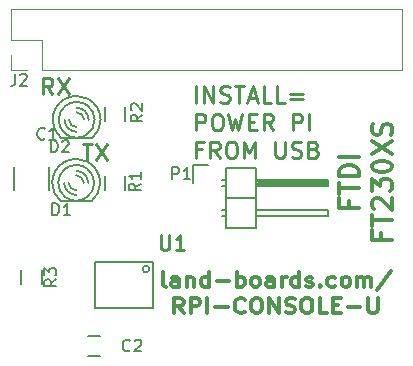
<source format=gto>
G04 #@! TF.GenerationSoftware,KiCad,Pcbnew,(5.1.5)-3*
G04 #@! TF.CreationDate,2020-02-07T15:14:52-05:00*
G04 #@! TF.ProjectId,RP-Console-u,52502d43-6f6e-4736-9f6c-652d752e6b69,X4*
G04 #@! TF.SameCoordinates,Original*
G04 #@! TF.FileFunction,Legend,Top*
G04 #@! TF.FilePolarity,Positive*
%FSLAX46Y46*%
G04 Gerber Fmt 4.6, Leading zero omitted, Abs format (unit mm)*
G04 Created by KiCad (PCBNEW (5.1.5)-3) date 2020-02-07 15:14:52*
%MOMM*%
%LPD*%
G04 APERTURE LIST*
%ADD10C,0.254000*%
%ADD11C,0.300000*%
%ADD12C,0.317500*%
%ADD13C,0.150000*%
%ADD14C,0.127000*%
%ADD15C,0.120000*%
G04 APERTURE END LIST*
D10*
X6394147Y-11934976D02*
X7192433Y-11934976D01*
X6793290Y-13331976D02*
X6793290Y-11934976D01*
X7525052Y-11934976D02*
X8456385Y-13331976D01*
X8456385Y-11934976D02*
X7525052Y-13331976D01*
X3836004Y-7743976D02*
X3370338Y-7078738D01*
X3037719Y-7743976D02*
X3037719Y-6346976D01*
X3569909Y-6346976D01*
X3702957Y-6413500D01*
X3769480Y-6480023D01*
X3836004Y-6613071D01*
X3836004Y-6812642D01*
X3769480Y-6945690D01*
X3702957Y-7012214D01*
X3569909Y-7078738D01*
X3037719Y-7078738D01*
X4301671Y-6346976D02*
X5233004Y-7743976D01*
X5233004Y-6346976D02*
X4301671Y-7743976D01*
D11*
X28913821Y-16791690D02*
X28913821Y-17342023D01*
X29778630Y-17342023D02*
X28127630Y-17342023D01*
X28127630Y-16555833D01*
X28127630Y-16162738D02*
X28127630Y-15219309D01*
X29778630Y-15691023D02*
X28127630Y-15691023D01*
X29778630Y-14668976D02*
X28127630Y-14668976D01*
X28127630Y-14275880D01*
X28206250Y-14040023D01*
X28363488Y-13882785D01*
X28520726Y-13804166D01*
X28835202Y-13725547D01*
X29071059Y-13725547D01*
X29385535Y-13804166D01*
X29542773Y-13882785D01*
X29700011Y-14040023D01*
X29778630Y-14275880D01*
X29778630Y-14668976D01*
X29778630Y-13017976D02*
X28127630Y-13017976D01*
X31690321Y-19504047D02*
X31690321Y-20054380D01*
X32555130Y-20054380D02*
X30904130Y-20054380D01*
X30904130Y-19268190D01*
X30904130Y-18875095D02*
X30904130Y-17931666D01*
X32555130Y-18403380D02*
X30904130Y-18403380D01*
X31061369Y-17459952D02*
X30982750Y-17381333D01*
X30904130Y-17224095D01*
X30904130Y-16831000D01*
X30982750Y-16673761D01*
X31061369Y-16595142D01*
X31218607Y-16516523D01*
X31375845Y-16516523D01*
X31611702Y-16595142D01*
X32555130Y-17538571D01*
X32555130Y-16516523D01*
X30904130Y-15966190D02*
X30904130Y-14944142D01*
X31533083Y-15494476D01*
X31533083Y-15258619D01*
X31611702Y-15101380D01*
X31690321Y-15022761D01*
X31847559Y-14944142D01*
X32240654Y-14944142D01*
X32397892Y-15022761D01*
X32476511Y-15101380D01*
X32555130Y-15258619D01*
X32555130Y-15730333D01*
X32476511Y-15887571D01*
X32397892Y-15966190D01*
X30904130Y-13922095D02*
X30904130Y-13764857D01*
X30982750Y-13607619D01*
X31061369Y-13529000D01*
X31218607Y-13450380D01*
X31533083Y-13371761D01*
X31926178Y-13371761D01*
X32240654Y-13450380D01*
X32397892Y-13529000D01*
X32476511Y-13607619D01*
X32555130Y-13764857D01*
X32555130Y-13922095D01*
X32476511Y-14079333D01*
X32397892Y-14157952D01*
X32240654Y-14236571D01*
X31926178Y-14315190D01*
X31533083Y-14315190D01*
X31218607Y-14236571D01*
X31061369Y-14157952D01*
X30982750Y-14079333D01*
X30904130Y-13922095D01*
X30904130Y-12821428D02*
X32555130Y-11720761D01*
X30904130Y-11720761D02*
X32555130Y-12821428D01*
X32476511Y-11170428D02*
X32555130Y-10934571D01*
X32555130Y-10541476D01*
X32476511Y-10384238D01*
X32397892Y-10305619D01*
X32240654Y-10227000D01*
X32083416Y-10227000D01*
X31926178Y-10305619D01*
X31847559Y-10384238D01*
X31768940Y-10541476D01*
X31690321Y-10855952D01*
X31611702Y-11013190D01*
X31533083Y-11091809D01*
X31375845Y-11170428D01*
X31218607Y-11170428D01*
X31061369Y-11091809D01*
X30982750Y-11013190D01*
X30904130Y-10855952D01*
X30904130Y-10462857D01*
X30982750Y-10227000D01*
D10*
X15991719Y-8442476D02*
X15991719Y-7045476D01*
X16656957Y-8442476D02*
X16656957Y-7045476D01*
X17455242Y-8442476D01*
X17455242Y-7045476D01*
X18053957Y-8375952D02*
X18253528Y-8442476D01*
X18586147Y-8442476D01*
X18719195Y-8375952D01*
X18785719Y-8309428D01*
X18852242Y-8176380D01*
X18852242Y-8043333D01*
X18785719Y-7910285D01*
X18719195Y-7843761D01*
X18586147Y-7777238D01*
X18320052Y-7710714D01*
X18187004Y-7644190D01*
X18120480Y-7577666D01*
X18053957Y-7444619D01*
X18053957Y-7311571D01*
X18120480Y-7178523D01*
X18187004Y-7112000D01*
X18320052Y-7045476D01*
X18652671Y-7045476D01*
X18852242Y-7112000D01*
X19251385Y-7045476D02*
X20049671Y-7045476D01*
X19650528Y-8442476D02*
X19650528Y-7045476D01*
X20448814Y-8043333D02*
X21114052Y-8043333D01*
X20315766Y-8442476D02*
X20781433Y-7045476D01*
X21247100Y-8442476D01*
X22378004Y-8442476D02*
X21712766Y-8442476D01*
X21712766Y-7045476D01*
X23508909Y-8442476D02*
X22843671Y-8442476D01*
X22843671Y-7045476D01*
X23974576Y-7710714D02*
X25038957Y-7710714D01*
X25038957Y-8109857D02*
X23974576Y-8109857D01*
X15991719Y-10791976D02*
X15991719Y-9394976D01*
X16523909Y-9394976D01*
X16656957Y-9461500D01*
X16723480Y-9528023D01*
X16790004Y-9661071D01*
X16790004Y-9860642D01*
X16723480Y-9993690D01*
X16656957Y-10060214D01*
X16523909Y-10126738D01*
X15991719Y-10126738D01*
X17654814Y-9394976D02*
X17920909Y-9394976D01*
X18053957Y-9461500D01*
X18187004Y-9594547D01*
X18253528Y-9860642D01*
X18253528Y-10326309D01*
X18187004Y-10592404D01*
X18053957Y-10725452D01*
X17920909Y-10791976D01*
X17654814Y-10791976D01*
X17521766Y-10725452D01*
X17388719Y-10592404D01*
X17322195Y-10326309D01*
X17322195Y-9860642D01*
X17388719Y-9594547D01*
X17521766Y-9461500D01*
X17654814Y-9394976D01*
X18719195Y-9394976D02*
X19051814Y-10791976D01*
X19317909Y-9794119D01*
X19584004Y-10791976D01*
X19916623Y-9394976D01*
X20448814Y-10060214D02*
X20914480Y-10060214D01*
X21114052Y-10791976D02*
X20448814Y-10791976D01*
X20448814Y-9394976D01*
X21114052Y-9394976D01*
X22511052Y-10791976D02*
X22045385Y-10126738D01*
X21712766Y-10791976D02*
X21712766Y-9394976D01*
X22244957Y-9394976D01*
X22378004Y-9461500D01*
X22444528Y-9528023D01*
X22511052Y-9661071D01*
X22511052Y-9860642D01*
X22444528Y-9993690D01*
X22378004Y-10060214D01*
X22244957Y-10126738D01*
X21712766Y-10126738D01*
X24174147Y-10791976D02*
X24174147Y-9394976D01*
X24706338Y-9394976D01*
X24839385Y-9461500D01*
X24905909Y-9528023D01*
X24972433Y-9661071D01*
X24972433Y-9860642D01*
X24905909Y-9993690D01*
X24839385Y-10060214D01*
X24706338Y-10126738D01*
X24174147Y-10126738D01*
X25571147Y-10791976D02*
X25571147Y-9394976D01*
X16457385Y-12409714D02*
X15991719Y-12409714D01*
X15991719Y-13141476D02*
X15991719Y-11744476D01*
X16656957Y-11744476D01*
X17987433Y-13141476D02*
X17521766Y-12476238D01*
X17189147Y-13141476D02*
X17189147Y-11744476D01*
X17721338Y-11744476D01*
X17854385Y-11811000D01*
X17920909Y-11877523D01*
X17987433Y-12010571D01*
X17987433Y-12210142D01*
X17920909Y-12343190D01*
X17854385Y-12409714D01*
X17721338Y-12476238D01*
X17189147Y-12476238D01*
X18852242Y-11744476D02*
X19118338Y-11744476D01*
X19251385Y-11811000D01*
X19384433Y-11944047D01*
X19450957Y-12210142D01*
X19450957Y-12675809D01*
X19384433Y-12941904D01*
X19251385Y-13074952D01*
X19118338Y-13141476D01*
X18852242Y-13141476D01*
X18719195Y-13074952D01*
X18586147Y-12941904D01*
X18519623Y-12675809D01*
X18519623Y-12210142D01*
X18586147Y-11944047D01*
X18719195Y-11811000D01*
X18852242Y-11744476D01*
X20049671Y-13141476D02*
X20049671Y-11744476D01*
X20515338Y-12742333D01*
X20981004Y-11744476D01*
X20981004Y-13141476D01*
X22710623Y-11744476D02*
X22710623Y-12875380D01*
X22777147Y-13008428D01*
X22843671Y-13074952D01*
X22976719Y-13141476D01*
X23242814Y-13141476D01*
X23375861Y-13074952D01*
X23442385Y-13008428D01*
X23508909Y-12875380D01*
X23508909Y-11744476D01*
X24107623Y-13074952D02*
X24307195Y-13141476D01*
X24639814Y-13141476D01*
X24772861Y-13074952D01*
X24839385Y-13008428D01*
X24905909Y-12875380D01*
X24905909Y-12742333D01*
X24839385Y-12609285D01*
X24772861Y-12542761D01*
X24639814Y-12476238D01*
X24373719Y-12409714D01*
X24240671Y-12343190D01*
X24174147Y-12276666D01*
X24107623Y-12143619D01*
X24107623Y-12010571D01*
X24174147Y-11877523D01*
X24240671Y-11811000D01*
X24373719Y-11744476D01*
X24706338Y-11744476D01*
X24905909Y-11811000D01*
X25970290Y-12409714D02*
X26169861Y-12476238D01*
X26236385Y-12542761D01*
X26302909Y-12675809D01*
X26302909Y-12875380D01*
X26236385Y-13008428D01*
X26169861Y-13074952D01*
X26036814Y-13141476D01*
X25504623Y-13141476D01*
X25504623Y-11744476D01*
X25970290Y-11744476D01*
X26103338Y-11811000D01*
X26169861Y-11877523D01*
X26236385Y-12010571D01*
X26236385Y-12143619D01*
X26169861Y-12276666D01*
X26103338Y-12343190D01*
X25970290Y-12409714D01*
X25504623Y-12409714D01*
D12*
X13411804Y-24050473D02*
X13278757Y-23989997D01*
X13212233Y-23869045D01*
X13212233Y-22780473D01*
X14542709Y-24050473D02*
X14542709Y-23385235D01*
X14476185Y-23264283D01*
X14343138Y-23203807D01*
X14077042Y-23203807D01*
X13943995Y-23264283D01*
X14542709Y-23989997D02*
X14409661Y-24050473D01*
X14077042Y-24050473D01*
X13943995Y-23989997D01*
X13877471Y-23869045D01*
X13877471Y-23748092D01*
X13943995Y-23627140D01*
X14077042Y-23566664D01*
X14409661Y-23566664D01*
X14542709Y-23506188D01*
X15207947Y-23203807D02*
X15207947Y-24050473D01*
X15207947Y-23324759D02*
X15274471Y-23264283D01*
X15407519Y-23203807D01*
X15607090Y-23203807D01*
X15740138Y-23264283D01*
X15806661Y-23385235D01*
X15806661Y-24050473D01*
X17070614Y-24050473D02*
X17070614Y-22780473D01*
X17070614Y-23989997D02*
X16937566Y-24050473D01*
X16671471Y-24050473D01*
X16538423Y-23989997D01*
X16471899Y-23929521D01*
X16405376Y-23808569D01*
X16405376Y-23445711D01*
X16471899Y-23324759D01*
X16538423Y-23264283D01*
X16671471Y-23203807D01*
X16937566Y-23203807D01*
X17070614Y-23264283D01*
X17735852Y-23566664D02*
X18800233Y-23566664D01*
X19465471Y-24050473D02*
X19465471Y-22780473D01*
X19465471Y-23264283D02*
X19598519Y-23203807D01*
X19864614Y-23203807D01*
X19997661Y-23264283D01*
X20064185Y-23324759D01*
X20130709Y-23445711D01*
X20130709Y-23808569D01*
X20064185Y-23929521D01*
X19997661Y-23989997D01*
X19864614Y-24050473D01*
X19598519Y-24050473D01*
X19465471Y-23989997D01*
X20928995Y-24050473D02*
X20795947Y-23989997D01*
X20729423Y-23929521D01*
X20662899Y-23808569D01*
X20662899Y-23445711D01*
X20729423Y-23324759D01*
X20795947Y-23264283D01*
X20928995Y-23203807D01*
X21128566Y-23203807D01*
X21261614Y-23264283D01*
X21328138Y-23324759D01*
X21394661Y-23445711D01*
X21394661Y-23808569D01*
X21328138Y-23929521D01*
X21261614Y-23989997D01*
X21128566Y-24050473D01*
X20928995Y-24050473D01*
X22592090Y-24050473D02*
X22592090Y-23385235D01*
X22525566Y-23264283D01*
X22392519Y-23203807D01*
X22126423Y-23203807D01*
X21993376Y-23264283D01*
X22592090Y-23989997D02*
X22459042Y-24050473D01*
X22126423Y-24050473D01*
X21993376Y-23989997D01*
X21926852Y-23869045D01*
X21926852Y-23748092D01*
X21993376Y-23627140D01*
X22126423Y-23566664D01*
X22459042Y-23566664D01*
X22592090Y-23506188D01*
X23257328Y-24050473D02*
X23257328Y-23203807D01*
X23257328Y-23445711D02*
X23323852Y-23324759D01*
X23390376Y-23264283D01*
X23523423Y-23203807D01*
X23656471Y-23203807D01*
X24720852Y-24050473D02*
X24720852Y-22780473D01*
X24720852Y-23989997D02*
X24587804Y-24050473D01*
X24321709Y-24050473D01*
X24188661Y-23989997D01*
X24122138Y-23929521D01*
X24055614Y-23808569D01*
X24055614Y-23445711D01*
X24122138Y-23324759D01*
X24188661Y-23264283D01*
X24321709Y-23203807D01*
X24587804Y-23203807D01*
X24720852Y-23264283D01*
X25319566Y-23989997D02*
X25452614Y-24050473D01*
X25718709Y-24050473D01*
X25851757Y-23989997D01*
X25918280Y-23869045D01*
X25918280Y-23808569D01*
X25851757Y-23687616D01*
X25718709Y-23627140D01*
X25519138Y-23627140D01*
X25386090Y-23566664D01*
X25319566Y-23445711D01*
X25319566Y-23385235D01*
X25386090Y-23264283D01*
X25519138Y-23203807D01*
X25718709Y-23203807D01*
X25851757Y-23264283D01*
X26516995Y-23929521D02*
X26583519Y-23989997D01*
X26516995Y-24050473D01*
X26450471Y-23989997D01*
X26516995Y-23929521D01*
X26516995Y-24050473D01*
X27780947Y-23989997D02*
X27647899Y-24050473D01*
X27381804Y-24050473D01*
X27248757Y-23989997D01*
X27182233Y-23929521D01*
X27115709Y-23808569D01*
X27115709Y-23445711D01*
X27182233Y-23324759D01*
X27248757Y-23264283D01*
X27381804Y-23203807D01*
X27647899Y-23203807D01*
X27780947Y-23264283D01*
X28579233Y-24050473D02*
X28446185Y-23989997D01*
X28379661Y-23929521D01*
X28313138Y-23808569D01*
X28313138Y-23445711D01*
X28379661Y-23324759D01*
X28446185Y-23264283D01*
X28579233Y-23203807D01*
X28778804Y-23203807D01*
X28911852Y-23264283D01*
X28978376Y-23324759D01*
X29044899Y-23445711D01*
X29044899Y-23808569D01*
X28978376Y-23929521D01*
X28911852Y-23989997D01*
X28778804Y-24050473D01*
X28579233Y-24050473D01*
X29643614Y-24050473D02*
X29643614Y-23203807D01*
X29643614Y-23324759D02*
X29710138Y-23264283D01*
X29843185Y-23203807D01*
X30042757Y-23203807D01*
X30175804Y-23264283D01*
X30242328Y-23385235D01*
X30242328Y-24050473D01*
X30242328Y-23385235D02*
X30308852Y-23264283D01*
X30441899Y-23203807D01*
X30641471Y-23203807D01*
X30774519Y-23264283D01*
X30841042Y-23385235D01*
X30841042Y-24050473D01*
X32504138Y-22719997D02*
X31306709Y-24352854D01*
X14941852Y-26272973D02*
X14476185Y-25668211D01*
X14143566Y-26272973D02*
X14143566Y-25002973D01*
X14675757Y-25002973D01*
X14808804Y-25063450D01*
X14875328Y-25123926D01*
X14941852Y-25244878D01*
X14941852Y-25426307D01*
X14875328Y-25547259D01*
X14808804Y-25607735D01*
X14675757Y-25668211D01*
X14143566Y-25668211D01*
X15540566Y-26272973D02*
X15540566Y-25002973D01*
X16072757Y-25002973D01*
X16205804Y-25063450D01*
X16272328Y-25123926D01*
X16338852Y-25244878D01*
X16338852Y-25426307D01*
X16272328Y-25547259D01*
X16205804Y-25607735D01*
X16072757Y-25668211D01*
X15540566Y-25668211D01*
X16937566Y-26272973D02*
X16937566Y-25002973D01*
X17602804Y-25789164D02*
X18667185Y-25789164D01*
X20130709Y-26152021D02*
X20064185Y-26212497D01*
X19864614Y-26272973D01*
X19731566Y-26272973D01*
X19531995Y-26212497D01*
X19398947Y-26091545D01*
X19332423Y-25970592D01*
X19265900Y-25728688D01*
X19265900Y-25547259D01*
X19332423Y-25305354D01*
X19398947Y-25184402D01*
X19531995Y-25063450D01*
X19731566Y-25002973D01*
X19864614Y-25002973D01*
X20064185Y-25063450D01*
X20130709Y-25123926D01*
X20995519Y-25002973D02*
X21261614Y-25002973D01*
X21394661Y-25063450D01*
X21527709Y-25184402D01*
X21594233Y-25426307D01*
X21594233Y-25849640D01*
X21527709Y-26091545D01*
X21394661Y-26212497D01*
X21261614Y-26272973D01*
X20995519Y-26272973D01*
X20862471Y-26212497D01*
X20729423Y-26091545D01*
X20662900Y-25849640D01*
X20662900Y-25426307D01*
X20729423Y-25184402D01*
X20862471Y-25063450D01*
X20995519Y-25002973D01*
X22192947Y-26272973D02*
X22192947Y-25002973D01*
X22991233Y-26272973D01*
X22991233Y-25002973D01*
X23589947Y-26212497D02*
X23789519Y-26272973D01*
X24122138Y-26272973D01*
X24255185Y-26212497D01*
X24321709Y-26152021D01*
X24388233Y-26031069D01*
X24388233Y-25910116D01*
X24321709Y-25789164D01*
X24255185Y-25728688D01*
X24122138Y-25668211D01*
X23856042Y-25607735D01*
X23722995Y-25547259D01*
X23656471Y-25486783D01*
X23589947Y-25365830D01*
X23589947Y-25244878D01*
X23656471Y-25123926D01*
X23722995Y-25063450D01*
X23856042Y-25002973D01*
X24188661Y-25002973D01*
X24388233Y-25063450D01*
X25253042Y-25002973D02*
X25519138Y-25002973D01*
X25652185Y-25063450D01*
X25785233Y-25184402D01*
X25851757Y-25426307D01*
X25851757Y-25849640D01*
X25785233Y-26091545D01*
X25652185Y-26212497D01*
X25519138Y-26272973D01*
X25253042Y-26272973D01*
X25119995Y-26212497D01*
X24986947Y-26091545D01*
X24920423Y-25849640D01*
X24920423Y-25426307D01*
X24986947Y-25184402D01*
X25119995Y-25063450D01*
X25253042Y-25002973D01*
X27115709Y-26272973D02*
X26450471Y-26272973D01*
X26450471Y-25002973D01*
X27581376Y-25607735D02*
X28047042Y-25607735D01*
X28246614Y-26272973D02*
X27581376Y-26272973D01*
X27581376Y-25002973D01*
X28246614Y-25002973D01*
X28845328Y-25789164D02*
X29909709Y-25789164D01*
X30574947Y-25002973D02*
X30574947Y-26031069D01*
X30641471Y-26152021D01*
X30707995Y-26212497D01*
X30841042Y-26272973D01*
X31107138Y-26272973D01*
X31240185Y-26212497D01*
X31306709Y-26152021D01*
X31373233Y-26031069D01*
X31373233Y-25002973D01*
D13*
X6866000Y-29933000D02*
X7866000Y-29933000D01*
X7866000Y-28233000D02*
X6866000Y-28233000D01*
X557000Y-13859000D02*
X557000Y-15859000D01*
X3507000Y-15859000D02*
X3507000Y-13859000D01*
D14*
X12382500Y-21907500D02*
X7429500Y-21907500D01*
X7429500Y-21907500D02*
X7429500Y-25844500D01*
X7429500Y-25844500D02*
X12382500Y-25844500D01*
X12382500Y-25844500D02*
X12382500Y-21907500D01*
X12031481Y-22542500D02*
G75*
G03X12031481Y-22542500I-283981J0D01*
G01*
D13*
X4572000Y-16814800D02*
X7112000Y-16814800D01*
X6817527Y-14069136D02*
G75*
G03X5842000Y-13716000I-975527J-1170864D01*
G01*
X5841531Y-13717889D02*
G75*
G03X4831080Y-14102080I469J-1522111D01*
G01*
X5842034Y-16762147D02*
G75*
G03X6832600Y-16395700I-34J1522147D01*
G01*
X4866473Y-16410864D02*
G75*
G03X5842000Y-16764000I975527J1170864D01*
G01*
X6729155Y-16479166D02*
G75*
G03X7366000Y-15240000I-887155J1239166D01*
G01*
X7366000Y-15239199D02*
G75*
G03X6756400Y-14020800I-1524000J-801D01*
G01*
X4319794Y-15240442D02*
G75*
G03X4907280Y-16441420I1522206J442D01*
G01*
X4905829Y-14037436D02*
G75*
G03X4318000Y-15240000I936171J-1202564D01*
G01*
X6477000Y-15240000D02*
G75*
G03X5842000Y-14605000I-635000J0D01*
G01*
X6858000Y-15240000D02*
G75*
G03X5842000Y-14224000I-1016000J0D01*
G01*
X5207000Y-15240000D02*
G75*
G03X5842000Y-15875000I635000J0D01*
G01*
X4826000Y-15240000D02*
G75*
G03X5842000Y-16256000I1016000J0D01*
G01*
X7145426Y-16798880D02*
G75*
G03X7874000Y-15240000I-1303426J1558880D01*
G01*
X7871460Y-15239025D02*
G75*
G03X6797040Y-13449300I-2029460J-975D01*
G01*
X3812614Y-15242552D02*
G75*
G03X4531360Y-16789400I2029386J2552D01*
G01*
X4832149Y-13476701D02*
G75*
G03X3810000Y-15240000I1009851J-1763299D01*
G01*
X6805347Y-13450870D02*
G75*
G03X5842000Y-13208000I-963347J-1789130D01*
G01*
X5841900Y-13209077D02*
G75*
G03X4777740Y-13510260I100J-2030923D01*
G01*
X4610000Y-11478800D02*
X7150000Y-11478800D01*
X6855527Y-8733136D02*
G75*
G03X5880000Y-8380000I-975527J-1170864D01*
G01*
X5879531Y-8381889D02*
G75*
G03X4869080Y-8766080I469J-1522111D01*
G01*
X5880034Y-11426147D02*
G75*
G03X6870600Y-11059700I-34J1522147D01*
G01*
X4904473Y-11074864D02*
G75*
G03X5880000Y-11428000I975527J1170864D01*
G01*
X6767155Y-11143166D02*
G75*
G03X7404000Y-9904000I-887155J1239166D01*
G01*
X7404000Y-9903199D02*
G75*
G03X6794400Y-8684800I-1524000J-801D01*
G01*
X4357794Y-9904442D02*
G75*
G03X4945280Y-11105420I1522206J442D01*
G01*
X4943829Y-8701436D02*
G75*
G03X4356000Y-9904000I936171J-1202564D01*
G01*
X6515000Y-9904000D02*
G75*
G03X5880000Y-9269000I-635000J0D01*
G01*
X6896000Y-9904000D02*
G75*
G03X5880000Y-8888000I-1016000J0D01*
G01*
X5245000Y-9904000D02*
G75*
G03X5880000Y-10539000I635000J0D01*
G01*
X4864000Y-9904000D02*
G75*
G03X5880000Y-10920000I1016000J0D01*
G01*
X7183426Y-11462880D02*
G75*
G03X7912000Y-9904000I-1303426J1558880D01*
G01*
X7909460Y-9903025D02*
G75*
G03X6835040Y-8113300I-2029460J-975D01*
G01*
X3850614Y-9906552D02*
G75*
G03X4569360Y-11453400I2029386J2552D01*
G01*
X4870149Y-8140701D02*
G75*
G03X3848000Y-9904000I1009851J-1763299D01*
G01*
X6843347Y-8114870D02*
G75*
G03X5880000Y-7872000I-963347J-1789130D01*
G01*
X5879900Y-7873077D02*
G75*
G03X4815740Y-8174260I100J-2030923D01*
G01*
X1182400Y-23841000D02*
X1182400Y-22641000D01*
X2932400Y-22641000D02*
X2932400Y-23841000D01*
X10019000Y-14640000D02*
X10019000Y-15840000D01*
X8269000Y-15840000D02*
X8269000Y-14640000D01*
X10019000Y-8798000D02*
X10019000Y-9998000D01*
X8269000Y-9998000D02*
X8269000Y-8798000D01*
X15718000Y-13690000D02*
X15718000Y-15240000D01*
X17018000Y-13690000D02*
X15718000Y-13690000D01*
X21209000Y-15113000D02*
X27051000Y-15113000D01*
X27051000Y-15113000D02*
X27051000Y-15367000D01*
X27051000Y-15367000D02*
X21209000Y-15367000D01*
X21209000Y-15367000D02*
X21209000Y-15240000D01*
X21209000Y-15240000D02*
X27051000Y-15240000D01*
X18542000Y-14986000D02*
X18161000Y-14986000D01*
X18542000Y-15494000D02*
X18161000Y-15494000D01*
X18542000Y-17526000D02*
X18161000Y-17526000D01*
X18542000Y-18034000D02*
X18161000Y-18034000D01*
X18542000Y-13970000D02*
X21082000Y-13970000D01*
X18542000Y-16510000D02*
X21082000Y-16510000D01*
X18542000Y-16510000D02*
X18542000Y-19050000D01*
X18542000Y-19050000D02*
X21082000Y-19050000D01*
X21082000Y-17526000D02*
X27178000Y-17526000D01*
X27178000Y-17526000D02*
X27178000Y-18034000D01*
X27178000Y-18034000D02*
X21082000Y-18034000D01*
X21082000Y-19050000D02*
X21082000Y-16510000D01*
X21082000Y-16510000D02*
X21082000Y-13970000D01*
X27178000Y-15494000D02*
X21082000Y-15494000D01*
X27178000Y-14986000D02*
X27178000Y-15494000D01*
X21082000Y-14986000D02*
X27178000Y-14986000D01*
X18542000Y-16510000D02*
X21082000Y-16510000D01*
X18542000Y-13970000D02*
X18542000Y-16510000D01*
D15*
X33461000Y-5724200D02*
X33461000Y-524200D01*
X2921000Y-5724200D02*
X33461000Y-5724200D01*
X321000Y-524200D02*
X33461000Y-524200D01*
X2921000Y-5724200D02*
X2921000Y-3124200D01*
X2921000Y-3124200D02*
X321000Y-3124200D01*
X321000Y-3124200D02*
X321000Y-524200D01*
X1651000Y-5724200D02*
X321000Y-5724200D01*
X321000Y-5724200D02*
X321000Y-4394200D01*
D13*
X10403333Y-29417142D02*
X10355714Y-29464761D01*
X10212857Y-29512380D01*
X10117619Y-29512380D01*
X9974761Y-29464761D01*
X9879523Y-29369523D01*
X9831904Y-29274285D01*
X9784285Y-29083809D01*
X9784285Y-28940952D01*
X9831904Y-28750476D01*
X9879523Y-28655238D01*
X9974761Y-28560000D01*
X10117619Y-28512380D01*
X10212857Y-28512380D01*
X10355714Y-28560000D01*
X10403333Y-28607619D01*
X10784285Y-28607619D02*
X10831904Y-28560000D01*
X10927142Y-28512380D01*
X11165238Y-28512380D01*
X11260476Y-28560000D01*
X11308095Y-28607619D01*
X11355714Y-28702857D01*
X11355714Y-28798095D01*
X11308095Y-28940952D01*
X10736666Y-29512380D01*
X11355714Y-29512380D01*
X3186133Y-11482342D02*
X3138514Y-11529961D01*
X2995657Y-11577580D01*
X2900419Y-11577580D01*
X2757561Y-11529961D01*
X2662323Y-11434723D01*
X2614704Y-11339485D01*
X2567085Y-11149009D01*
X2567085Y-11006152D01*
X2614704Y-10815676D01*
X2662323Y-10720438D01*
X2757561Y-10625200D01*
X2900419Y-10577580D01*
X2995657Y-10577580D01*
X3138514Y-10625200D01*
X3186133Y-10672819D01*
X4138514Y-11577580D02*
X3567085Y-11577580D01*
X3852800Y-11577580D02*
X3852800Y-10577580D01*
X3757561Y-10720438D01*
X3662323Y-10815676D01*
X3567085Y-10863295D01*
D10*
X13002380Y-19649923D02*
X13002380Y-20678019D01*
X13062857Y-20798971D01*
X13123333Y-20859447D01*
X13244285Y-20919923D01*
X13486190Y-20919923D01*
X13607142Y-20859447D01*
X13667619Y-20798971D01*
X13728095Y-20678019D01*
X13728095Y-19649923D01*
X14998095Y-20919923D02*
X14272380Y-20919923D01*
X14635238Y-20919923D02*
X14635238Y-19649923D01*
X14514285Y-19831352D01*
X14393333Y-19952304D01*
X14272380Y-20012780D01*
D13*
X3833904Y-17978380D02*
X3833904Y-16978380D01*
X4072000Y-16978380D01*
X4214857Y-17026000D01*
X4310095Y-17121238D01*
X4357714Y-17216476D01*
X4405333Y-17406952D01*
X4405333Y-17549809D01*
X4357714Y-17740285D01*
X4310095Y-17835523D01*
X4214857Y-17930761D01*
X4072000Y-17978380D01*
X3833904Y-17978380D01*
X5357714Y-17978380D02*
X4786285Y-17978380D01*
X5072000Y-17978380D02*
X5072000Y-16978380D01*
X4976761Y-17121238D01*
X4881523Y-17216476D01*
X4786285Y-17264095D01*
X3706904Y-12644380D02*
X3706904Y-11644380D01*
X3945000Y-11644380D01*
X4087857Y-11692000D01*
X4183095Y-11787238D01*
X4230714Y-11882476D01*
X4278333Y-12072952D01*
X4278333Y-12215809D01*
X4230714Y-12406285D01*
X4183095Y-12501523D01*
X4087857Y-12596761D01*
X3945000Y-12644380D01*
X3706904Y-12644380D01*
X4659285Y-11739619D02*
X4706904Y-11692000D01*
X4802142Y-11644380D01*
X5040238Y-11644380D01*
X5135476Y-11692000D01*
X5183095Y-11739619D01*
X5230714Y-11834857D01*
X5230714Y-11930095D01*
X5183095Y-12072952D01*
X4611666Y-12644380D01*
X5230714Y-12644380D01*
X4160780Y-23407666D02*
X3684590Y-23741000D01*
X4160780Y-23979095D02*
X3160780Y-23979095D01*
X3160780Y-23598142D01*
X3208400Y-23502904D01*
X3256019Y-23455285D01*
X3351257Y-23407666D01*
X3494114Y-23407666D01*
X3589352Y-23455285D01*
X3636971Y-23502904D01*
X3684590Y-23598142D01*
X3684590Y-23979095D01*
X3160780Y-23074333D02*
X3160780Y-22455285D01*
X3541733Y-22788619D01*
X3541733Y-22645761D01*
X3589352Y-22550523D01*
X3636971Y-22502904D01*
X3732209Y-22455285D01*
X3970304Y-22455285D01*
X4065542Y-22502904D01*
X4113161Y-22550523D01*
X4160780Y-22645761D01*
X4160780Y-22931476D01*
X4113161Y-23026714D01*
X4065542Y-23074333D01*
X11300380Y-15300166D02*
X10824190Y-15633500D01*
X11300380Y-15871595D02*
X10300380Y-15871595D01*
X10300380Y-15490642D01*
X10348000Y-15395404D01*
X10395619Y-15347785D01*
X10490857Y-15300166D01*
X10633714Y-15300166D01*
X10728952Y-15347785D01*
X10776571Y-15395404D01*
X10824190Y-15490642D01*
X10824190Y-15871595D01*
X11300380Y-14347785D02*
X11300380Y-14919214D01*
X11300380Y-14633500D02*
X10300380Y-14633500D01*
X10443238Y-14728738D01*
X10538476Y-14823976D01*
X10586095Y-14919214D01*
X11450380Y-9470166D02*
X10974190Y-9803500D01*
X11450380Y-10041595D02*
X10450380Y-10041595D01*
X10450380Y-9660642D01*
X10498000Y-9565404D01*
X10545619Y-9517785D01*
X10640857Y-9470166D01*
X10783714Y-9470166D01*
X10878952Y-9517785D01*
X10926571Y-9565404D01*
X10974190Y-9660642D01*
X10974190Y-10041595D01*
X10545619Y-9089214D02*
X10498000Y-9041595D01*
X10450380Y-8946357D01*
X10450380Y-8708261D01*
X10498000Y-8613023D01*
X10545619Y-8565404D01*
X10640857Y-8517785D01*
X10736095Y-8517785D01*
X10878952Y-8565404D01*
X11450380Y-9136833D01*
X11450380Y-8517785D01*
X13993904Y-14930380D02*
X13993904Y-13930380D01*
X14374857Y-13930380D01*
X14470095Y-13978000D01*
X14517714Y-14025619D01*
X14565333Y-14120857D01*
X14565333Y-14263714D01*
X14517714Y-14358952D01*
X14470095Y-14406571D01*
X14374857Y-14454190D01*
X13993904Y-14454190D01*
X15517714Y-14930380D02*
X14946285Y-14930380D01*
X15232000Y-14930380D02*
X15232000Y-13930380D01*
X15136761Y-14073238D01*
X15041523Y-14168476D01*
X14946285Y-14216095D01*
X682666Y-6005580D02*
X682666Y-6719866D01*
X635047Y-6862723D01*
X539809Y-6957961D01*
X396952Y-7005580D01*
X301714Y-7005580D01*
X1111238Y-6100819D02*
X1158857Y-6053200D01*
X1254095Y-6005580D01*
X1492190Y-6005580D01*
X1587428Y-6053200D01*
X1635047Y-6100819D01*
X1682666Y-6196057D01*
X1682666Y-6291295D01*
X1635047Y-6434152D01*
X1063619Y-7005580D01*
X1682666Y-7005580D01*
M02*

</source>
